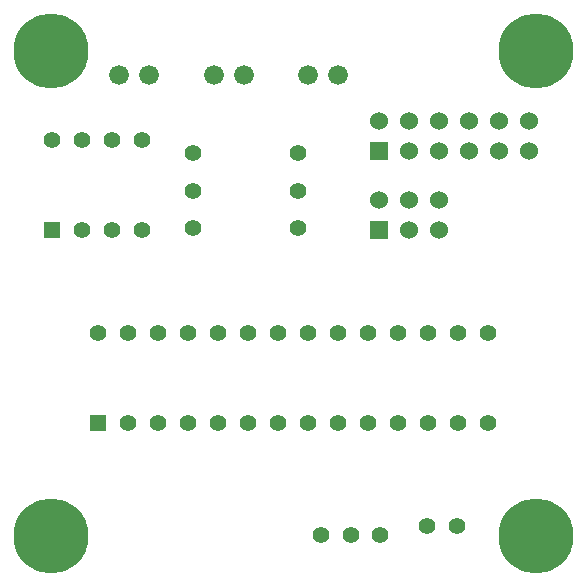
<source format=gts>
G04 (created by PCBNEW (2013-05-31 BZR 4019)-stable) date 7/5/2014 3:36:38 PM*
%MOIN*%
G04 Gerber Fmt 3.4, Leading zero omitted, Abs format*
%FSLAX34Y34*%
G01*
G70*
G90*
G04 APERTURE LIST*
%ADD10C,0.00590551*%
%ADD11C,0.25*%
%ADD12C,0.055*%
%ADD13R,0.055X0.055*%
%ADD14C,0.066*%
%ADD15R,0.06X0.06*%
%ADD16C,0.06*%
G04 APERTURE END LIST*
G54D10*
G54D11*
X35433Y-31496D03*
X19291Y-15354D03*
X35433Y-15354D03*
X19291Y-31496D03*
G54D12*
X21856Y-27759D03*
X22856Y-27759D03*
X23856Y-27759D03*
X24856Y-27759D03*
X25856Y-27759D03*
X26856Y-27759D03*
X27856Y-27759D03*
X28856Y-27759D03*
X29856Y-27759D03*
X30856Y-27759D03*
X31856Y-27759D03*
X32856Y-27759D03*
X33856Y-27759D03*
G54D13*
X20856Y-27759D03*
G54D12*
X33856Y-24759D03*
X32856Y-24759D03*
X31856Y-24759D03*
X30856Y-24759D03*
X29856Y-24759D03*
X28856Y-24759D03*
X27856Y-24759D03*
X26856Y-24759D03*
X25856Y-24759D03*
X24856Y-24759D03*
X23856Y-24759D03*
X22856Y-24759D03*
X21856Y-24759D03*
X20856Y-24759D03*
X30250Y-31479D03*
X28282Y-31479D03*
X29266Y-31479D03*
G54D14*
X22547Y-16141D03*
X21547Y-16141D03*
X25696Y-16141D03*
X24696Y-16141D03*
X28846Y-16141D03*
X27846Y-16141D03*
G54D13*
X19300Y-21300D03*
G54D12*
X20300Y-21300D03*
X21300Y-21300D03*
X22300Y-21300D03*
X22300Y-18300D03*
X21300Y-18300D03*
X20300Y-18300D03*
X19300Y-18300D03*
G54D15*
X30216Y-18679D03*
G54D16*
X30216Y-17679D03*
X31216Y-18679D03*
X31216Y-17679D03*
X32216Y-18679D03*
X32216Y-17679D03*
X33216Y-18679D03*
X33216Y-17679D03*
X34216Y-18679D03*
X34216Y-17679D03*
X35216Y-18679D03*
X35216Y-17679D03*
G54D12*
X31816Y-31179D03*
X32816Y-31179D03*
X27500Y-18750D03*
X24000Y-18750D03*
X27500Y-20000D03*
X24000Y-20000D03*
X27500Y-21250D03*
X24000Y-21250D03*
G54D15*
X30200Y-21300D03*
G54D16*
X30200Y-20300D03*
X31200Y-21300D03*
X31200Y-20300D03*
X32200Y-21300D03*
X32200Y-20300D03*
M02*

</source>
